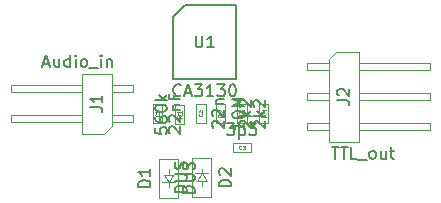
<source format=gbr>
G04 #@! TF.FileFunction,Other,Fab,Top*
%FSLAX46Y46*%
G04 Gerber Fmt 4.6, Leading zero omitted, Abs format (unit mm)*
G04 Created by KiCad (PCBNEW 4.0.7) date 07/15/18 12:38:24*
%MOMM*%
%LPD*%
G01*
G04 APERTURE LIST*
%ADD10C,0.100000*%
%ADD11C,0.150000*%
%ADD12C,0.075000*%
G04 APERTURE END LIST*
D10*
X139686080Y-108211520D02*
X139686080Y-106611520D01*
X139686080Y-106611520D02*
X140486080Y-106611520D01*
X140486080Y-106611520D02*
X140486080Y-108211520D01*
X140486080Y-108211520D02*
X139686080Y-108211520D01*
X143364000Y-108170880D02*
X143364000Y-106570880D01*
X143364000Y-106570880D02*
X144164000Y-106570880D01*
X144164000Y-106570880D02*
X144164000Y-108170880D01*
X144164000Y-108170880D02*
X143364000Y-108170880D01*
X148056500Y-110679180D02*
X146456500Y-110679180D01*
X146456500Y-110679180D02*
X146456500Y-109879180D01*
X146456500Y-109879180D02*
X148056500Y-109879180D01*
X148056500Y-109879180D02*
X148056500Y-110679180D01*
X140236040Y-111212360D02*
X141836040Y-111212360D01*
X141836040Y-111212360D02*
X141836040Y-114512360D01*
X141836040Y-114512360D02*
X140236040Y-114512360D01*
X140236040Y-114512360D02*
X140236040Y-111212360D01*
X141036040Y-112612360D02*
X141036040Y-112112360D01*
X141436040Y-112612360D02*
X141036040Y-113212360D01*
X140636040Y-112612360D02*
X141436040Y-112612360D01*
X141036040Y-113212360D02*
X140636040Y-112612360D01*
X141036040Y-113212360D02*
X141586040Y-113212360D01*
X141036040Y-113212360D02*
X140486040Y-113212360D01*
X141036040Y-113612360D02*
X141036040Y-113212360D01*
X144660520Y-114471720D02*
X143060520Y-114471720D01*
X143060520Y-114471720D02*
X143060520Y-111171720D01*
X143060520Y-111171720D02*
X144660520Y-111171720D01*
X144660520Y-111171720D02*
X144660520Y-114471720D01*
X143860520Y-113071720D02*
X143860520Y-113571720D01*
X143460520Y-113071720D02*
X143860520Y-112471720D01*
X144260520Y-113071720D02*
X143460520Y-113071720D01*
X143860520Y-112471720D02*
X144260520Y-113071720D01*
X143860520Y-112471720D02*
X143310520Y-112471720D01*
X143860520Y-112471720D02*
X144410520Y-112471720D01*
X143860520Y-112071720D02*
X143860520Y-112471720D01*
X135609200Y-109090460D02*
X133704200Y-109090460D01*
X133704200Y-109090460D02*
X133704200Y-104010460D01*
X133704200Y-104010460D02*
X136244200Y-104010460D01*
X136244200Y-104010460D02*
X136244200Y-108455460D01*
X136244200Y-108455460D02*
X135609200Y-109090460D01*
X138064200Y-108140460D02*
X136244200Y-108140460D01*
X138064200Y-108140460D02*
X138064200Y-107500460D01*
X138064200Y-107500460D02*
X136244200Y-107500460D01*
X133704200Y-108140460D02*
X127704200Y-108140460D01*
X127704200Y-108140460D02*
X127704200Y-107500460D01*
X133704200Y-107500460D02*
X127704200Y-107500460D01*
X138064200Y-105600460D02*
X136244200Y-105600460D01*
X138064200Y-105600460D02*
X138064200Y-104960460D01*
X138064200Y-104960460D02*
X136244200Y-104960460D01*
X133704200Y-105600460D02*
X127704200Y-105600460D01*
X127704200Y-105600460D02*
X127704200Y-104960460D01*
X133704200Y-104960460D02*
X127704200Y-104960460D01*
X155251280Y-102148640D02*
X157156280Y-102148640D01*
X157156280Y-102148640D02*
X157156280Y-109768640D01*
X157156280Y-109768640D02*
X154616280Y-109768640D01*
X154616280Y-109768640D02*
X154616280Y-102783640D01*
X154616280Y-102783640D02*
X155251280Y-102148640D01*
X152796280Y-103098640D02*
X154616280Y-103098640D01*
X152796280Y-103098640D02*
X152796280Y-103738640D01*
X152796280Y-103738640D02*
X154616280Y-103738640D01*
X157156280Y-103098640D02*
X163156280Y-103098640D01*
X163156280Y-103098640D02*
X163156280Y-103738640D01*
X157156280Y-103738640D02*
X163156280Y-103738640D01*
X152796280Y-105638640D02*
X154616280Y-105638640D01*
X152796280Y-105638640D02*
X152796280Y-106278640D01*
X152796280Y-106278640D02*
X154616280Y-106278640D01*
X157156280Y-105638640D02*
X163156280Y-105638640D01*
X163156280Y-105638640D02*
X163156280Y-106278640D01*
X157156280Y-106278640D02*
X163156280Y-106278640D01*
X152796280Y-108178640D02*
X154616280Y-108178640D01*
X152796280Y-108178640D02*
X152796280Y-108818640D01*
X152796280Y-108818640D02*
X154616280Y-108818640D01*
X157156280Y-108178640D02*
X163156280Y-108178640D01*
X163156280Y-108178640D02*
X163156280Y-108818640D01*
X157156280Y-108818640D02*
X163156280Y-108818640D01*
X141555520Y-106692800D02*
X142355520Y-106692800D01*
X141555520Y-108292800D02*
X141555520Y-106692800D01*
X142355520Y-108292800D02*
X141555520Y-108292800D01*
X142355520Y-106692800D02*
X142355520Y-108292800D01*
X145850560Y-108211520D02*
X145050560Y-108211520D01*
X145850560Y-106611520D02*
X145850560Y-108211520D01*
X145050560Y-106611520D02*
X145850560Y-106611520D01*
X145050560Y-108211520D02*
X145050560Y-106611520D01*
X147659040Y-108231840D02*
X146859040Y-108231840D01*
X147659040Y-106631840D02*
X147659040Y-108231840D01*
X146859040Y-106631840D02*
X147659040Y-106631840D01*
X146859040Y-108231840D02*
X146859040Y-106631840D01*
X148667520Y-106611520D02*
X149467520Y-106611520D01*
X148667520Y-108211520D02*
X148667520Y-106611520D01*
X149467520Y-108211520D02*
X148667520Y-108211520D01*
X149467520Y-106611520D02*
X149467520Y-108211520D01*
D11*
X142444200Y-98246000D02*
X146744200Y-98246000D01*
X146744200Y-98246000D02*
X146744200Y-104446000D01*
X146744200Y-104446000D02*
X141444200Y-104446000D01*
X141444200Y-104446000D02*
X141444200Y-99246000D01*
X141444200Y-99246000D02*
X142444200Y-98246000D01*
X141133699Y-109054377D02*
X141086080Y-109006758D01*
X141038461Y-108911520D01*
X141038461Y-108673424D01*
X141086080Y-108578186D01*
X141133699Y-108530567D01*
X141228937Y-108482948D01*
X141324175Y-108482948D01*
X141467032Y-108530567D01*
X142038461Y-109101996D01*
X142038461Y-108482948D01*
X141133699Y-108101996D02*
X141086080Y-108054377D01*
X141038461Y-107959139D01*
X141038461Y-107721043D01*
X141086080Y-107625805D01*
X141133699Y-107578186D01*
X141228937Y-107530567D01*
X141324175Y-107530567D01*
X141467032Y-107578186D01*
X142038461Y-108149615D01*
X142038461Y-107530567D01*
X141371794Y-107101996D02*
X142038461Y-107101996D01*
X141467032Y-107101996D02*
X141419413Y-107054377D01*
X141371794Y-106959139D01*
X141371794Y-106816281D01*
X141419413Y-106721043D01*
X141514651Y-106673424D01*
X142038461Y-106673424D01*
X141514651Y-105863900D02*
X141514651Y-106197234D01*
X142038461Y-106197234D02*
X141038461Y-106197234D01*
X141038461Y-105721043D01*
D12*
X140193223Y-107461520D02*
X140207509Y-107475806D01*
X140221794Y-107518663D01*
X140221794Y-107547234D01*
X140207509Y-107590091D01*
X140178937Y-107618663D01*
X140150366Y-107632948D01*
X140093223Y-107647234D01*
X140050366Y-107647234D01*
X139993223Y-107632948D01*
X139964651Y-107618663D01*
X139936080Y-107590091D01*
X139921794Y-107547234D01*
X139921794Y-107518663D01*
X139936080Y-107475806D01*
X139950366Y-107461520D01*
X140221794Y-107175806D02*
X140221794Y-107347234D01*
X140221794Y-107261520D02*
X139921794Y-107261520D01*
X139964651Y-107290091D01*
X139993223Y-107318663D01*
X140007509Y-107347234D01*
D11*
X144811619Y-108585166D02*
X144764000Y-108537547D01*
X144716381Y-108442309D01*
X144716381Y-108204213D01*
X144764000Y-108108975D01*
X144811619Y-108061356D01*
X144906857Y-108013737D01*
X145002095Y-108013737D01*
X145144952Y-108061356D01*
X145716381Y-108632785D01*
X145716381Y-108013737D01*
X144811619Y-107632785D02*
X144764000Y-107585166D01*
X144716381Y-107489928D01*
X144716381Y-107251832D01*
X144764000Y-107156594D01*
X144811619Y-107108975D01*
X144906857Y-107061356D01*
X145002095Y-107061356D01*
X145144952Y-107108975D01*
X145716381Y-107680404D01*
X145716381Y-107061356D01*
X145049714Y-106632785D02*
X145716381Y-106632785D01*
X145144952Y-106632785D02*
X145097333Y-106585166D01*
X145049714Y-106489928D01*
X145049714Y-106347070D01*
X145097333Y-106251832D01*
X145192571Y-106204213D01*
X145716381Y-106204213D01*
D12*
X143871143Y-107420880D02*
X143885429Y-107435166D01*
X143899714Y-107478023D01*
X143899714Y-107506594D01*
X143885429Y-107549451D01*
X143856857Y-107578023D01*
X143828286Y-107592308D01*
X143771143Y-107606594D01*
X143728286Y-107606594D01*
X143671143Y-107592308D01*
X143642571Y-107578023D01*
X143614000Y-107549451D01*
X143599714Y-107506594D01*
X143599714Y-107478023D01*
X143614000Y-107435166D01*
X143628286Y-107420880D01*
X143628286Y-107306594D02*
X143614000Y-107292308D01*
X143599714Y-107263737D01*
X143599714Y-107192308D01*
X143614000Y-107163737D01*
X143628286Y-107149451D01*
X143656857Y-107135166D01*
X143685429Y-107135166D01*
X143728286Y-107149451D01*
X143899714Y-107320880D01*
X143899714Y-107135166D01*
D11*
X145994595Y-108231561D02*
X146613643Y-108231561D01*
X146280309Y-108612513D01*
X146423167Y-108612513D01*
X146518405Y-108660132D01*
X146566024Y-108707751D01*
X146613643Y-108802990D01*
X146613643Y-109041085D01*
X146566024Y-109136323D01*
X146518405Y-109183942D01*
X146423167Y-109231561D01*
X146137452Y-109231561D01*
X146042214Y-109183942D01*
X145994595Y-109136323D01*
X147042214Y-108564894D02*
X147042214Y-109564894D01*
X147042214Y-108612513D02*
X147137452Y-108564894D01*
X147327929Y-108564894D01*
X147423167Y-108612513D01*
X147470786Y-108660132D01*
X147518405Y-108755370D01*
X147518405Y-109041085D01*
X147470786Y-109136323D01*
X147423167Y-109183942D01*
X147327929Y-109231561D01*
X147137452Y-109231561D01*
X147042214Y-109183942D01*
X147851738Y-108231561D02*
X148470786Y-108231561D01*
X148137452Y-108612513D01*
X148280310Y-108612513D01*
X148375548Y-108660132D01*
X148423167Y-108707751D01*
X148470786Y-108802990D01*
X148470786Y-109041085D01*
X148423167Y-109136323D01*
X148375548Y-109183942D01*
X148280310Y-109231561D01*
X147994595Y-109231561D01*
X147899357Y-109183942D01*
X147851738Y-109136323D01*
D12*
X147206500Y-110386323D02*
X147192214Y-110400609D01*
X147149357Y-110414894D01*
X147120786Y-110414894D01*
X147077929Y-110400609D01*
X147049357Y-110372037D01*
X147035072Y-110343466D01*
X147020786Y-110286323D01*
X147020786Y-110243466D01*
X147035072Y-110186323D01*
X147049357Y-110157751D01*
X147077929Y-110129180D01*
X147120786Y-110114894D01*
X147149357Y-110114894D01*
X147192214Y-110129180D01*
X147206500Y-110143466D01*
X147306500Y-110114894D02*
X147492214Y-110114894D01*
X147392214Y-110229180D01*
X147435072Y-110229180D01*
X147463643Y-110243466D01*
X147477929Y-110257751D01*
X147492214Y-110286323D01*
X147492214Y-110357751D01*
X147477929Y-110386323D01*
X147463643Y-110400609D01*
X147435072Y-110414894D01*
X147349357Y-110414894D01*
X147320786Y-110400609D01*
X147306500Y-110386323D01*
D11*
X143238421Y-114124265D02*
X142238421Y-114124265D01*
X142238421Y-113886170D01*
X142286040Y-113743312D01*
X142381278Y-113648074D01*
X142476516Y-113600455D01*
X142666992Y-113552836D01*
X142809850Y-113552836D01*
X143000326Y-113600455D01*
X143095564Y-113648074D01*
X143190802Y-113743312D01*
X143238421Y-113886170D01*
X143238421Y-114124265D01*
X142238421Y-113124265D02*
X143047945Y-113124265D01*
X143143183Y-113076646D01*
X143190802Y-113029027D01*
X143238421Y-112933789D01*
X143238421Y-112743312D01*
X143190802Y-112648074D01*
X143143183Y-112600455D01*
X143047945Y-112552836D01*
X142238421Y-112552836D01*
X143190802Y-112124265D02*
X143238421Y-111981408D01*
X143238421Y-111743312D01*
X143190802Y-111648074D01*
X143143183Y-111600455D01*
X143047945Y-111552836D01*
X142952707Y-111552836D01*
X142857469Y-111600455D01*
X142809850Y-111648074D01*
X142762230Y-111743312D01*
X142714611Y-111933789D01*
X142666992Y-112029027D01*
X142619373Y-112076646D01*
X142524135Y-112124265D01*
X142428897Y-112124265D01*
X142333659Y-112076646D01*
X142286040Y-112029027D01*
X142238421Y-111933789D01*
X142238421Y-111695693D01*
X142286040Y-111552836D01*
X139488421Y-113600455D02*
X138488421Y-113600455D01*
X138488421Y-113362360D01*
X138536040Y-113219502D01*
X138631278Y-113124264D01*
X138726516Y-113076645D01*
X138916992Y-113029026D01*
X139059850Y-113029026D01*
X139250326Y-113076645D01*
X139345564Y-113124264D01*
X139440802Y-113219502D01*
X139488421Y-113362360D01*
X139488421Y-113600455D01*
X139488421Y-112076645D02*
X139488421Y-112648074D01*
X139488421Y-112362360D02*
X138488421Y-112362360D01*
X138631278Y-112457598D01*
X138726516Y-112552836D01*
X138774135Y-112648074D01*
X142562901Y-114083625D02*
X141562901Y-114083625D01*
X141562901Y-113845530D01*
X141610520Y-113702672D01*
X141705758Y-113607434D01*
X141800996Y-113559815D01*
X141991472Y-113512196D01*
X142134330Y-113512196D01*
X142324806Y-113559815D01*
X142420044Y-113607434D01*
X142515282Y-113702672D01*
X142562901Y-113845530D01*
X142562901Y-114083625D01*
X141562901Y-113083625D02*
X142372425Y-113083625D01*
X142467663Y-113036006D01*
X142515282Y-112988387D01*
X142562901Y-112893149D01*
X142562901Y-112702672D01*
X142515282Y-112607434D01*
X142467663Y-112559815D01*
X142372425Y-112512196D01*
X141562901Y-112512196D01*
X142515282Y-112083625D02*
X142562901Y-111940768D01*
X142562901Y-111702672D01*
X142515282Y-111607434D01*
X142467663Y-111559815D01*
X142372425Y-111512196D01*
X142277187Y-111512196D01*
X142181949Y-111559815D01*
X142134330Y-111607434D01*
X142086710Y-111702672D01*
X142039091Y-111893149D01*
X141991472Y-111988387D01*
X141943853Y-112036006D01*
X141848615Y-112083625D01*
X141753377Y-112083625D01*
X141658139Y-112036006D01*
X141610520Y-111988387D01*
X141562901Y-111893149D01*
X141562901Y-111655053D01*
X141610520Y-111512196D01*
X146312901Y-113559815D02*
X145312901Y-113559815D01*
X145312901Y-113321720D01*
X145360520Y-113178862D01*
X145455758Y-113083624D01*
X145550996Y-113036005D01*
X145741472Y-112988386D01*
X145884330Y-112988386D01*
X146074806Y-113036005D01*
X146170044Y-113083624D01*
X146265282Y-113178862D01*
X146312901Y-113321720D01*
X146312901Y-113559815D01*
X145408139Y-112607434D02*
X145360520Y-112559815D01*
X145312901Y-112464577D01*
X145312901Y-112226481D01*
X145360520Y-112131243D01*
X145408139Y-112083624D01*
X145503377Y-112036005D01*
X145598615Y-112036005D01*
X145741472Y-112083624D01*
X146312901Y-112655053D01*
X146312901Y-112036005D01*
X130454438Y-103177127D02*
X130930629Y-103177127D01*
X130359200Y-103462841D02*
X130692533Y-102462841D01*
X131025867Y-103462841D01*
X131787772Y-102796174D02*
X131787772Y-103462841D01*
X131359200Y-102796174D02*
X131359200Y-103319984D01*
X131406819Y-103415222D01*
X131502057Y-103462841D01*
X131644915Y-103462841D01*
X131740153Y-103415222D01*
X131787772Y-103367603D01*
X132692534Y-103462841D02*
X132692534Y-102462841D01*
X132692534Y-103415222D02*
X132597296Y-103462841D01*
X132406819Y-103462841D01*
X132311581Y-103415222D01*
X132263962Y-103367603D01*
X132216343Y-103272365D01*
X132216343Y-102986650D01*
X132263962Y-102891412D01*
X132311581Y-102843793D01*
X132406819Y-102796174D01*
X132597296Y-102796174D01*
X132692534Y-102843793D01*
X133168724Y-103462841D02*
X133168724Y-102796174D01*
X133168724Y-102462841D02*
X133121105Y-102510460D01*
X133168724Y-102558079D01*
X133216343Y-102510460D01*
X133168724Y-102462841D01*
X133168724Y-102558079D01*
X133787771Y-103462841D02*
X133692533Y-103415222D01*
X133644914Y-103367603D01*
X133597295Y-103272365D01*
X133597295Y-102986650D01*
X133644914Y-102891412D01*
X133692533Y-102843793D01*
X133787771Y-102796174D01*
X133930629Y-102796174D01*
X134025867Y-102843793D01*
X134073486Y-102891412D01*
X134121105Y-102986650D01*
X134121105Y-103272365D01*
X134073486Y-103367603D01*
X134025867Y-103415222D01*
X133930629Y-103462841D01*
X133787771Y-103462841D01*
X134311581Y-103558079D02*
X135073486Y-103558079D01*
X135311581Y-103462841D02*
X135311581Y-102796174D01*
X135311581Y-102462841D02*
X135263962Y-102510460D01*
X135311581Y-102558079D01*
X135359200Y-102510460D01*
X135311581Y-102462841D01*
X135311581Y-102558079D01*
X135787771Y-102796174D02*
X135787771Y-103462841D01*
X135787771Y-102891412D02*
X135835390Y-102843793D01*
X135930628Y-102796174D01*
X136073486Y-102796174D01*
X136168724Y-102843793D01*
X136216343Y-102939031D01*
X136216343Y-103462841D01*
X134426581Y-106883793D02*
X135140867Y-106883793D01*
X135283724Y-106931413D01*
X135378962Y-107026651D01*
X135426581Y-107169508D01*
X135426581Y-107264746D01*
X135426581Y-105883793D02*
X135426581Y-106455222D01*
X135426581Y-106169508D02*
X134426581Y-106169508D01*
X134569438Y-106264746D01*
X134664676Y-106359984D01*
X134712295Y-106455222D01*
X154858422Y-110221021D02*
X155429851Y-110221021D01*
X155144136Y-111221021D02*
X155144136Y-110221021D01*
X155620327Y-110221021D02*
X156191756Y-110221021D01*
X155906041Y-111221021D02*
X155906041Y-110221021D01*
X157001280Y-111221021D02*
X156525089Y-111221021D01*
X156525089Y-110221021D01*
X157096518Y-111316259D02*
X157858423Y-111316259D01*
X158239375Y-111221021D02*
X158144137Y-111173402D01*
X158096518Y-111125783D01*
X158048899Y-111030545D01*
X158048899Y-110744830D01*
X158096518Y-110649592D01*
X158144137Y-110601973D01*
X158239375Y-110554354D01*
X158382233Y-110554354D01*
X158477471Y-110601973D01*
X158525090Y-110649592D01*
X158572709Y-110744830D01*
X158572709Y-111030545D01*
X158525090Y-111125783D01*
X158477471Y-111173402D01*
X158382233Y-111221021D01*
X158239375Y-111221021D01*
X159429852Y-110554354D02*
X159429852Y-111221021D01*
X159001280Y-110554354D02*
X159001280Y-111078164D01*
X159048899Y-111173402D01*
X159144137Y-111221021D01*
X159286995Y-111221021D01*
X159382233Y-111173402D01*
X159429852Y-111125783D01*
X159763185Y-110554354D02*
X160144137Y-110554354D01*
X159906042Y-110221021D02*
X159906042Y-111078164D01*
X159953661Y-111173402D01*
X160048899Y-111221021D01*
X160144137Y-111221021D01*
X155338661Y-106291973D02*
X156052947Y-106291973D01*
X156195804Y-106339593D01*
X156291042Y-106434831D01*
X156338661Y-106577688D01*
X156338661Y-106672926D01*
X155433899Y-105863402D02*
X155386280Y-105815783D01*
X155338661Y-105720545D01*
X155338661Y-105482449D01*
X155386280Y-105387211D01*
X155433899Y-105339592D01*
X155529137Y-105291973D01*
X155624375Y-105291973D01*
X155767232Y-105339592D01*
X156338661Y-105911021D01*
X156338661Y-105291973D01*
X139907901Y-108611847D02*
X139907901Y-109088038D01*
X140384091Y-109135657D01*
X140336472Y-109088038D01*
X140288853Y-108992800D01*
X140288853Y-108754704D01*
X140336472Y-108659466D01*
X140384091Y-108611847D01*
X140479330Y-108564228D01*
X140717425Y-108564228D01*
X140812663Y-108611847D01*
X140860282Y-108659466D01*
X140907901Y-108754704D01*
X140907901Y-108992800D01*
X140860282Y-109088038D01*
X140812663Y-109135657D01*
X139907901Y-107707085D02*
X139907901Y-107897562D01*
X139955520Y-107992800D01*
X140003139Y-108040419D01*
X140145996Y-108135657D01*
X140336472Y-108183276D01*
X140717425Y-108183276D01*
X140812663Y-108135657D01*
X140860282Y-108088038D01*
X140907901Y-107992800D01*
X140907901Y-107802323D01*
X140860282Y-107707085D01*
X140812663Y-107659466D01*
X140717425Y-107611847D01*
X140479330Y-107611847D01*
X140384091Y-107659466D01*
X140336472Y-107707085D01*
X140288853Y-107802323D01*
X140288853Y-107992800D01*
X140336472Y-108088038D01*
X140384091Y-108135657D01*
X140479330Y-108183276D01*
X139907901Y-106992800D02*
X139907901Y-106897561D01*
X139955520Y-106802323D01*
X140003139Y-106754704D01*
X140098377Y-106707085D01*
X140288853Y-106659466D01*
X140526949Y-106659466D01*
X140717425Y-106707085D01*
X140812663Y-106754704D01*
X140860282Y-106802323D01*
X140907901Y-106897561D01*
X140907901Y-106992800D01*
X140860282Y-107088038D01*
X140812663Y-107135657D01*
X140717425Y-107183276D01*
X140526949Y-107230895D01*
X140288853Y-107230895D01*
X140098377Y-107183276D01*
X140003139Y-107135657D01*
X139955520Y-107088038D01*
X139907901Y-106992800D01*
X140907901Y-106230895D02*
X139907901Y-106230895D01*
X140526949Y-106135657D02*
X140907901Y-105849942D01*
X140241234Y-105849942D02*
X140622187Y-106230895D01*
D12*
X142136472Y-107559466D02*
X141945996Y-107692800D01*
X142136472Y-107788038D02*
X141736472Y-107788038D01*
X141736472Y-107635657D01*
X141755520Y-107597562D01*
X141774568Y-107578514D01*
X141812663Y-107559466D01*
X141869806Y-107559466D01*
X141907901Y-107578514D01*
X141926949Y-107597562D01*
X141945996Y-107635657D01*
X141945996Y-107788038D01*
X142136472Y-107178514D02*
X142136472Y-107407086D01*
X142136472Y-107292800D02*
X141736472Y-107292800D01*
X141793615Y-107330895D01*
X141831710Y-107368990D01*
X141850758Y-107407086D01*
D11*
X147402941Y-108173424D02*
X147402941Y-108744853D01*
X147402941Y-108459139D02*
X146402941Y-108459139D01*
X146545798Y-108554377D01*
X146641036Y-108649615D01*
X146688655Y-108744853D01*
X146402941Y-107554377D02*
X146402941Y-107459138D01*
X146450560Y-107363900D01*
X146498179Y-107316281D01*
X146593417Y-107268662D01*
X146783893Y-107221043D01*
X147021989Y-107221043D01*
X147212465Y-107268662D01*
X147307703Y-107316281D01*
X147355322Y-107363900D01*
X147402941Y-107459138D01*
X147402941Y-107554377D01*
X147355322Y-107649615D01*
X147307703Y-107697234D01*
X147212465Y-107744853D01*
X147021989Y-107792472D01*
X146783893Y-107792472D01*
X146593417Y-107744853D01*
X146498179Y-107697234D01*
X146450560Y-107649615D01*
X146402941Y-107554377D01*
X147402941Y-106792472D02*
X146402941Y-106792472D01*
X147117227Y-106459138D01*
X146402941Y-106125805D01*
X147402941Y-106125805D01*
D12*
X145631512Y-107478186D02*
X145441036Y-107611520D01*
X145631512Y-107706758D02*
X145231512Y-107706758D01*
X145231512Y-107554377D01*
X145250560Y-107516282D01*
X145269608Y-107497234D01*
X145307703Y-107478186D01*
X145364846Y-107478186D01*
X145402941Y-107497234D01*
X145421989Y-107516282D01*
X145441036Y-107554377D01*
X145441036Y-107706758D01*
X145269608Y-107325806D02*
X145250560Y-107306758D01*
X145231512Y-107268663D01*
X145231512Y-107173425D01*
X145250560Y-107135329D01*
X145269608Y-107116282D01*
X145307703Y-107097234D01*
X145345798Y-107097234D01*
X145402941Y-107116282D01*
X145631512Y-107344853D01*
X145631512Y-107097234D01*
D11*
X148306659Y-108598507D02*
X148259040Y-108550888D01*
X148211421Y-108455650D01*
X148211421Y-108217554D01*
X148259040Y-108122316D01*
X148306659Y-108074697D01*
X148401897Y-108027078D01*
X148497135Y-108027078D01*
X148639992Y-108074697D01*
X149211421Y-108646126D01*
X149211421Y-108027078D01*
X149211421Y-107598507D02*
X148211421Y-107598507D01*
X148830469Y-107503269D02*
X149211421Y-107217554D01*
X148544754Y-107217554D02*
X148925707Y-107598507D01*
X148306659Y-106836602D02*
X148259040Y-106788983D01*
X148211421Y-106693745D01*
X148211421Y-106455649D01*
X148259040Y-106360411D01*
X148306659Y-106312792D01*
X148401897Y-106265173D01*
X148497135Y-106265173D01*
X148639992Y-106312792D01*
X149211421Y-106884221D01*
X149211421Y-106265173D01*
D12*
X147439992Y-107498506D02*
X147249516Y-107631840D01*
X147439992Y-107727078D02*
X147039992Y-107727078D01*
X147039992Y-107574697D01*
X147059040Y-107536602D01*
X147078088Y-107517554D01*
X147116183Y-107498506D01*
X147173326Y-107498506D01*
X147211421Y-107517554D01*
X147230469Y-107536602D01*
X147249516Y-107574697D01*
X147249516Y-107727078D01*
X147039992Y-107365173D02*
X147039992Y-107117554D01*
X147192373Y-107250887D01*
X147192373Y-107193745D01*
X147211421Y-107155649D01*
X147230469Y-107136602D01*
X147268564Y-107117554D01*
X147363802Y-107117554D01*
X147401897Y-107136602D01*
X147420945Y-107155649D01*
X147439992Y-107193745D01*
X147439992Y-107308030D01*
X147420945Y-107346126D01*
X147401897Y-107365173D01*
D11*
X147115139Y-108578187D02*
X147067520Y-108530568D01*
X147019901Y-108435330D01*
X147019901Y-108197234D01*
X147067520Y-108101996D01*
X147115139Y-108054377D01*
X147210377Y-108006758D01*
X147305615Y-108006758D01*
X147448472Y-108054377D01*
X148019901Y-108625806D01*
X148019901Y-108006758D01*
X148019901Y-107578187D02*
X147019901Y-107578187D01*
X147638949Y-107482949D02*
X148019901Y-107197234D01*
X147353234Y-107197234D02*
X147734187Y-107578187D01*
X147115139Y-106816282D02*
X147067520Y-106768663D01*
X147019901Y-106673425D01*
X147019901Y-106435329D01*
X147067520Y-106340091D01*
X147115139Y-106292472D01*
X147210377Y-106244853D01*
X147305615Y-106244853D01*
X147448472Y-106292472D01*
X148019901Y-106863901D01*
X148019901Y-106244853D01*
D12*
X149248472Y-107478186D02*
X149057996Y-107611520D01*
X149248472Y-107706758D02*
X148848472Y-107706758D01*
X148848472Y-107554377D01*
X148867520Y-107516282D01*
X148886568Y-107497234D01*
X148924663Y-107478186D01*
X148981806Y-107478186D01*
X149019901Y-107497234D01*
X149038949Y-107516282D01*
X149057996Y-107554377D01*
X149057996Y-107706758D01*
X148981806Y-107135329D02*
X149248472Y-107135329D01*
X148829425Y-107230567D02*
X149115139Y-107325806D01*
X149115139Y-107078186D01*
D11*
X142070391Y-105833143D02*
X142022772Y-105880762D01*
X141879915Y-105928381D01*
X141784677Y-105928381D01*
X141641819Y-105880762D01*
X141546581Y-105785524D01*
X141498962Y-105690286D01*
X141451343Y-105499810D01*
X141451343Y-105356952D01*
X141498962Y-105166476D01*
X141546581Y-105071238D01*
X141641819Y-104976000D01*
X141784677Y-104928381D01*
X141879915Y-104928381D01*
X142022772Y-104976000D01*
X142070391Y-105023619D01*
X142451343Y-105642667D02*
X142927534Y-105642667D01*
X142356105Y-105928381D02*
X142689438Y-104928381D01*
X143022772Y-105928381D01*
X143260867Y-104928381D02*
X143879915Y-104928381D01*
X143546581Y-105309333D01*
X143689439Y-105309333D01*
X143784677Y-105356952D01*
X143832296Y-105404571D01*
X143879915Y-105499810D01*
X143879915Y-105737905D01*
X143832296Y-105833143D01*
X143784677Y-105880762D01*
X143689439Y-105928381D01*
X143403724Y-105928381D01*
X143308486Y-105880762D01*
X143260867Y-105833143D01*
X144832296Y-105928381D02*
X144260867Y-105928381D01*
X144546581Y-105928381D02*
X144546581Y-104928381D01*
X144451343Y-105071238D01*
X144356105Y-105166476D01*
X144260867Y-105214095D01*
X145165629Y-104928381D02*
X145784677Y-104928381D01*
X145451343Y-105309333D01*
X145594201Y-105309333D01*
X145689439Y-105356952D01*
X145737058Y-105404571D01*
X145784677Y-105499810D01*
X145784677Y-105737905D01*
X145737058Y-105833143D01*
X145689439Y-105880762D01*
X145594201Y-105928381D01*
X145308486Y-105928381D01*
X145213248Y-105880762D01*
X145165629Y-105833143D01*
X146403724Y-104928381D02*
X146498963Y-104928381D01*
X146594201Y-104976000D01*
X146641820Y-105023619D01*
X146689439Y-105118857D01*
X146737058Y-105309333D01*
X146737058Y-105547429D01*
X146689439Y-105737905D01*
X146641820Y-105833143D01*
X146594201Y-105880762D01*
X146498963Y-105928381D01*
X146403724Y-105928381D01*
X146308486Y-105880762D01*
X146260867Y-105833143D01*
X146213248Y-105737905D01*
X146165629Y-105547429D01*
X146165629Y-105309333D01*
X146213248Y-105118857D01*
X146260867Y-105023619D01*
X146308486Y-104976000D01*
X146403724Y-104928381D01*
X143332295Y-100798381D02*
X143332295Y-101607905D01*
X143379914Y-101703143D01*
X143427533Y-101750762D01*
X143522771Y-101798381D01*
X143713248Y-101798381D01*
X143808486Y-101750762D01*
X143856105Y-101703143D01*
X143903724Y-101607905D01*
X143903724Y-100798381D01*
X144903724Y-101798381D02*
X144332295Y-101798381D01*
X144618009Y-101798381D02*
X144618009Y-100798381D01*
X144522771Y-100941238D01*
X144427533Y-101036476D01*
X144332295Y-101084095D01*
M02*

</source>
